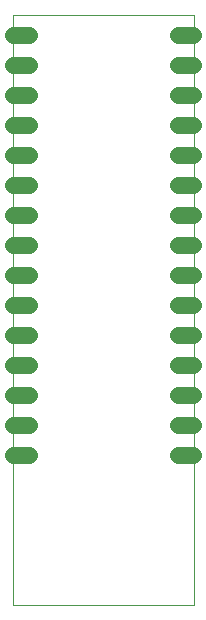
<source format=gbs>
G75*
%MOIN*%
%OFA0B0*%
%FSLAX24Y24*%
%IPPOS*%
%LPD*%
%AMOC8*
5,1,8,0,0,1.08239X$1,22.5*
%
%ADD10C,0.0000*%
%ADD11C,0.0555*%
D10*
X000505Y005297D02*
X000505Y024982D01*
X006525Y024982D01*
X006525Y005297D01*
X000505Y005297D01*
D11*
X000505Y010297D02*
X001020Y010297D01*
X001020Y011297D02*
X000505Y011297D01*
X000505Y012297D02*
X001020Y012297D01*
X001020Y013297D02*
X000505Y013297D01*
X000505Y014297D02*
X001020Y014297D01*
X001020Y015297D02*
X000505Y015297D01*
X000505Y016297D02*
X001020Y016297D01*
X001020Y017297D02*
X000505Y017297D01*
X000505Y018297D02*
X001020Y018297D01*
X001020Y019297D02*
X000505Y019297D01*
X000505Y020297D02*
X001020Y020297D01*
X001020Y021297D02*
X000505Y021297D01*
X000505Y022297D02*
X001020Y022297D01*
X001020Y023297D02*
X000505Y023297D01*
X000505Y024297D02*
X001020Y024297D01*
X005990Y024297D02*
X006505Y024297D01*
X006505Y023297D02*
X005990Y023297D01*
X005990Y022297D02*
X006505Y022297D01*
X006505Y021297D02*
X005990Y021297D01*
X005990Y020297D02*
X006505Y020297D01*
X006505Y019297D02*
X005990Y019297D01*
X005990Y018297D02*
X006505Y018297D01*
X006505Y017297D02*
X005990Y017297D01*
X005990Y016297D02*
X006505Y016297D01*
X006505Y015297D02*
X005990Y015297D01*
X005990Y014297D02*
X006505Y014297D01*
X006505Y013297D02*
X005990Y013297D01*
X005990Y012297D02*
X006505Y012297D01*
X006505Y011297D02*
X005990Y011297D01*
X005990Y010297D02*
X006505Y010297D01*
M02*

</source>
